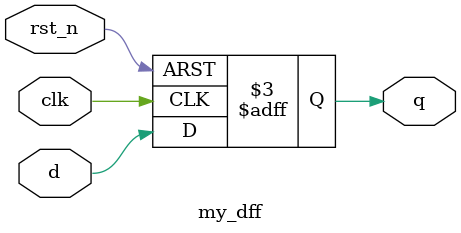
<source format=v>

module reg_piso_n #(
    parameter N = 8,
    parameter DIR = 0 // 0: Direita, 1: Esquerda
)(
    input  wire         clk,
    input  wire         rst_n,
    input  wire         load,
    input  wire [N-1:0] din,
    output wire         dout
);

    wire [N-1:0] q;        // Saídas dos FFs
    wire [N-1:0] d;        // Entradas dos FFs
    wire [N-1:0] shift_in; // Sinal de entrada de deslocamento para cada bit

    genvar i;
    generate
        for (i = 0; i < N; i = i + 1) begin : gen_stages
            
            // Lógica de conexão do deslocamento baseada em DIR
            if (DIR == 0) begin // Shift Right (>>): bit i recebe de i+1
                if (i == N-1) assign shift_in[i] = 1'b0; // MSB recebe 0
                else          assign shift_in[i] = q[i+1];
            end else begin      // Shift Left (<<): bit i recebe de i-1
                if (i == 0)   assign shift_in[i] = 1'b0; // LSB recebe 0
                else          assign shift_in[i] = q[i-1];
            end

            // Multiplexador para selecionar entre Carga (din) ou Deslocamento (shift_in)
            // Se load=1 -> seleciona din[i]
            // Se load=0 -> seleciona shift_in[i]
            my_mux2 mux_inst (
                .sel(load),
                .a(shift_in[i]), // Entrada 0 (Shift)
                .b(din[i]),      // Entrada 1 (Load)
                .y(d[i])
            );

            // Flip-Flop D
            my_dff dff_inst (
                .clk(clk),
                .rst_n(rst_n),
                .d(d[i]),
                .q(q[i])
            );
        end
    endgenerate

    // Saída serial: LSB se DIR=0, MSB se DIR=1
    assign dout = (DIR == 0) ? q[0] : q[N-1];

endmodule

// ============================================================================
// Sub-módulos Auxiliares
// ============================================================================

// Multiplexador 2:1
module my_mux2 (
    input  wire sel,
    input  wire a, // sel=0
    input  wire b, // sel=1
    output wire y
);
    assign y = (sel) ? b : a;
endmodule

// Flip-Flop D com Reset Assíncrono
module my_dff (
    input  wire clk,
    input  wire rst_n,
    input  wire d,
    output reg  q
);
    always @(posedge clk or negedge rst_n) begin
        if (!rst_n) q <= 1'b0;
        else        q <= d;
    end
endmodule

</source>
